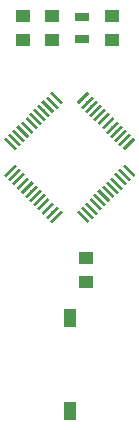
<source format=gtp>
G04 #@! TF.GenerationSoftware,KiCad,Pcbnew,(5.0.0)*
G04 #@! TF.CreationDate,2018-08-22T23:15:02+02:00*
G04 #@! TF.ProjectId,SAML_BreakoutBoard,53414D4C5F427265616B6F7574426F61,rev?*
G04 #@! TF.SameCoordinates,Original*
G04 #@! TF.FileFunction,Paste,Top*
G04 #@! TF.FilePolarity,Positive*
%FSLAX46Y46*%
G04 Gerber Fmt 4.6, Leading zero omitted, Abs format (unit mm)*
G04 Created by KiCad (PCBNEW (5.0.0)) date 08/22/18 23:15:02*
%MOMM*%
%LPD*%
G01*
G04 APERTURE LIST*
%ADD10C,0.250000*%
%ADD11C,0.100000*%
%ADD12R,1.250000X1.000000*%
%ADD13R,1.300000X0.700000*%
%ADD14R,1.000000X1.500000*%
G04 APERTURE END LIST*
D10*
G04 #@! TO.C,U1*
X124067371Y-105469542D03*
D11*
G36*
X123696140Y-106017550D02*
X123519363Y-105840773D01*
X124438602Y-104921534D01*
X124615379Y-105098311D01*
X123696140Y-106017550D01*
X123696140Y-106017550D01*
G37*
D10*
X124420924Y-105823095D03*
D11*
G36*
X124049693Y-106371103D02*
X123872916Y-106194326D01*
X124792155Y-105275087D01*
X124968932Y-105451864D01*
X124049693Y-106371103D01*
X124049693Y-106371103D01*
G37*
D10*
X124774478Y-106176649D03*
D11*
G36*
X124403247Y-106724657D02*
X124226470Y-106547880D01*
X125145709Y-105628641D01*
X125322486Y-105805418D01*
X124403247Y-106724657D01*
X124403247Y-106724657D01*
G37*
D10*
X125128031Y-106530202D03*
D11*
G36*
X124756800Y-107078210D02*
X124580023Y-106901433D01*
X125499262Y-105982194D01*
X125676039Y-106158971D01*
X124756800Y-107078210D01*
X124756800Y-107078210D01*
G37*
D10*
X125481584Y-106883755D03*
D11*
G36*
X125110353Y-107431763D02*
X124933576Y-107254986D01*
X125852815Y-106335747D01*
X126029592Y-106512524D01*
X125110353Y-107431763D01*
X125110353Y-107431763D01*
G37*
D10*
X125835138Y-107237309D03*
D11*
G36*
X125463907Y-107785317D02*
X125287130Y-107608540D01*
X126206369Y-106689301D01*
X126383146Y-106866078D01*
X125463907Y-107785317D01*
X125463907Y-107785317D01*
G37*
D10*
X126188691Y-107590862D03*
D11*
G36*
X125817460Y-108138870D02*
X125640683Y-107962093D01*
X126559922Y-107042854D01*
X126736699Y-107219631D01*
X125817460Y-108138870D01*
X125817460Y-108138870D01*
G37*
D10*
X126542245Y-107944416D03*
D11*
G36*
X126171014Y-108492424D02*
X125994237Y-108315647D01*
X126913476Y-107396408D01*
X127090253Y-107573185D01*
X126171014Y-108492424D01*
X126171014Y-108492424D01*
G37*
D10*
X126895798Y-108297969D03*
D11*
G36*
X126524567Y-108845977D02*
X126347790Y-108669200D01*
X127267029Y-107749961D01*
X127443806Y-107926738D01*
X126524567Y-108845977D01*
X126524567Y-108845977D01*
G37*
D10*
X127249351Y-108651522D03*
D11*
G36*
X126878120Y-109199530D02*
X126701343Y-109022753D01*
X127620582Y-108103514D01*
X127797359Y-108280291D01*
X126878120Y-109199530D01*
X126878120Y-109199530D01*
G37*
D10*
X127602905Y-109005076D03*
D11*
G36*
X127231674Y-109553084D02*
X127054897Y-109376307D01*
X127974136Y-108457068D01*
X128150913Y-108633845D01*
X127231674Y-109553084D01*
X127231674Y-109553084D01*
G37*
D10*
X127956458Y-109358629D03*
D11*
G36*
X127585227Y-109906637D02*
X127408450Y-109729860D01*
X128327689Y-108810621D01*
X128504466Y-108987398D01*
X127585227Y-109906637D01*
X127585227Y-109906637D01*
G37*
D10*
X127956458Y-111621371D03*
D11*
G36*
X127408450Y-111250140D02*
X127585227Y-111073363D01*
X128504466Y-111992602D01*
X128327689Y-112169379D01*
X127408450Y-111250140D01*
X127408450Y-111250140D01*
G37*
D10*
X127602905Y-111974924D03*
D11*
G36*
X127054897Y-111603693D02*
X127231674Y-111426916D01*
X128150913Y-112346155D01*
X127974136Y-112522932D01*
X127054897Y-111603693D01*
X127054897Y-111603693D01*
G37*
D10*
X127249351Y-112328478D03*
D11*
G36*
X126701343Y-111957247D02*
X126878120Y-111780470D01*
X127797359Y-112699709D01*
X127620582Y-112876486D01*
X126701343Y-111957247D01*
X126701343Y-111957247D01*
G37*
D10*
X126895798Y-112682031D03*
D11*
G36*
X126347790Y-112310800D02*
X126524567Y-112134023D01*
X127443806Y-113053262D01*
X127267029Y-113230039D01*
X126347790Y-112310800D01*
X126347790Y-112310800D01*
G37*
D10*
X126542245Y-113035584D03*
D11*
G36*
X125994237Y-112664353D02*
X126171014Y-112487576D01*
X127090253Y-113406815D01*
X126913476Y-113583592D01*
X125994237Y-112664353D01*
X125994237Y-112664353D01*
G37*
D10*
X126188691Y-113389138D03*
D11*
G36*
X125640683Y-113017907D02*
X125817460Y-112841130D01*
X126736699Y-113760369D01*
X126559922Y-113937146D01*
X125640683Y-113017907D01*
X125640683Y-113017907D01*
G37*
D10*
X125835138Y-113742691D03*
D11*
G36*
X125287130Y-113371460D02*
X125463907Y-113194683D01*
X126383146Y-114113922D01*
X126206369Y-114290699D01*
X125287130Y-113371460D01*
X125287130Y-113371460D01*
G37*
D10*
X125481584Y-114096245D03*
D11*
G36*
X124933576Y-113725014D02*
X125110353Y-113548237D01*
X126029592Y-114467476D01*
X125852815Y-114644253D01*
X124933576Y-113725014D01*
X124933576Y-113725014D01*
G37*
D10*
X125128031Y-114449798D03*
D11*
G36*
X124580023Y-114078567D02*
X124756800Y-113901790D01*
X125676039Y-114821029D01*
X125499262Y-114997806D01*
X124580023Y-114078567D01*
X124580023Y-114078567D01*
G37*
D10*
X124774478Y-114803351D03*
D11*
G36*
X124226470Y-114432120D02*
X124403247Y-114255343D01*
X125322486Y-115174582D01*
X125145709Y-115351359D01*
X124226470Y-114432120D01*
X124226470Y-114432120D01*
G37*
D10*
X124420924Y-115156905D03*
D11*
G36*
X123872916Y-114785674D02*
X124049693Y-114608897D01*
X124968932Y-115528136D01*
X124792155Y-115704913D01*
X123872916Y-114785674D01*
X123872916Y-114785674D01*
G37*
D10*
X124067371Y-115510458D03*
D11*
G36*
X123519363Y-115139227D02*
X123696140Y-114962450D01*
X124615379Y-115881689D01*
X124438602Y-116058466D01*
X123519363Y-115139227D01*
X123519363Y-115139227D01*
G37*
D10*
X121804629Y-115510458D03*
D11*
G36*
X121433398Y-116058466D02*
X121256621Y-115881689D01*
X122175860Y-114962450D01*
X122352637Y-115139227D01*
X121433398Y-116058466D01*
X121433398Y-116058466D01*
G37*
D10*
X121451076Y-115156905D03*
D11*
G36*
X121079845Y-115704913D02*
X120903068Y-115528136D01*
X121822307Y-114608897D01*
X121999084Y-114785674D01*
X121079845Y-115704913D01*
X121079845Y-115704913D01*
G37*
D10*
X121097522Y-114803351D03*
D11*
G36*
X120726291Y-115351359D02*
X120549514Y-115174582D01*
X121468753Y-114255343D01*
X121645530Y-114432120D01*
X120726291Y-115351359D01*
X120726291Y-115351359D01*
G37*
D10*
X120743969Y-114449798D03*
D11*
G36*
X120372738Y-114997806D02*
X120195961Y-114821029D01*
X121115200Y-113901790D01*
X121291977Y-114078567D01*
X120372738Y-114997806D01*
X120372738Y-114997806D01*
G37*
D10*
X120390416Y-114096245D03*
D11*
G36*
X120019185Y-114644253D02*
X119842408Y-114467476D01*
X120761647Y-113548237D01*
X120938424Y-113725014D01*
X120019185Y-114644253D01*
X120019185Y-114644253D01*
G37*
D10*
X120036862Y-113742691D03*
D11*
G36*
X119665631Y-114290699D02*
X119488854Y-114113922D01*
X120408093Y-113194683D01*
X120584870Y-113371460D01*
X119665631Y-114290699D01*
X119665631Y-114290699D01*
G37*
D10*
X119683309Y-113389138D03*
D11*
G36*
X119312078Y-113937146D02*
X119135301Y-113760369D01*
X120054540Y-112841130D01*
X120231317Y-113017907D01*
X119312078Y-113937146D01*
X119312078Y-113937146D01*
G37*
D10*
X119329755Y-113035584D03*
D11*
G36*
X118958524Y-113583592D02*
X118781747Y-113406815D01*
X119700986Y-112487576D01*
X119877763Y-112664353D01*
X118958524Y-113583592D01*
X118958524Y-113583592D01*
G37*
D10*
X118976202Y-112682031D03*
D11*
G36*
X118604971Y-113230039D02*
X118428194Y-113053262D01*
X119347433Y-112134023D01*
X119524210Y-112310800D01*
X118604971Y-113230039D01*
X118604971Y-113230039D01*
G37*
D10*
X118622649Y-112328478D03*
D11*
G36*
X118251418Y-112876486D02*
X118074641Y-112699709D01*
X118993880Y-111780470D01*
X119170657Y-111957247D01*
X118251418Y-112876486D01*
X118251418Y-112876486D01*
G37*
D10*
X118269095Y-111974924D03*
D11*
G36*
X117897864Y-112522932D02*
X117721087Y-112346155D01*
X118640326Y-111426916D01*
X118817103Y-111603693D01*
X117897864Y-112522932D01*
X117897864Y-112522932D01*
G37*
D10*
X117915542Y-111621371D03*
D11*
G36*
X117544311Y-112169379D02*
X117367534Y-111992602D01*
X118286773Y-111073363D01*
X118463550Y-111250140D01*
X117544311Y-112169379D01*
X117544311Y-112169379D01*
G37*
D10*
X117915542Y-109358629D03*
D11*
G36*
X117367534Y-108987398D02*
X117544311Y-108810621D01*
X118463550Y-109729860D01*
X118286773Y-109906637D01*
X117367534Y-108987398D01*
X117367534Y-108987398D01*
G37*
D10*
X118269095Y-109005076D03*
D11*
G36*
X117721087Y-108633845D02*
X117897864Y-108457068D01*
X118817103Y-109376307D01*
X118640326Y-109553084D01*
X117721087Y-108633845D01*
X117721087Y-108633845D01*
G37*
D10*
X118622649Y-108651522D03*
D11*
G36*
X118074641Y-108280291D02*
X118251418Y-108103514D01*
X119170657Y-109022753D01*
X118993880Y-109199530D01*
X118074641Y-108280291D01*
X118074641Y-108280291D01*
G37*
D10*
X118976202Y-108297969D03*
D11*
G36*
X118428194Y-107926738D02*
X118604971Y-107749961D01*
X119524210Y-108669200D01*
X119347433Y-108845977D01*
X118428194Y-107926738D01*
X118428194Y-107926738D01*
G37*
D10*
X119329755Y-107944416D03*
D11*
G36*
X118781747Y-107573185D02*
X118958524Y-107396408D01*
X119877763Y-108315647D01*
X119700986Y-108492424D01*
X118781747Y-107573185D01*
X118781747Y-107573185D01*
G37*
D10*
X119683309Y-107590862D03*
D11*
G36*
X119135301Y-107219631D02*
X119312078Y-107042854D01*
X120231317Y-107962093D01*
X120054540Y-108138870D01*
X119135301Y-107219631D01*
X119135301Y-107219631D01*
G37*
D10*
X120036862Y-107237309D03*
D11*
G36*
X119488854Y-106866078D02*
X119665631Y-106689301D01*
X120584870Y-107608540D01*
X120408093Y-107785317D01*
X119488854Y-106866078D01*
X119488854Y-106866078D01*
G37*
D10*
X120390416Y-106883755D03*
D11*
G36*
X119842408Y-106512524D02*
X120019185Y-106335747D01*
X120938424Y-107254986D01*
X120761647Y-107431763D01*
X119842408Y-106512524D01*
X119842408Y-106512524D01*
G37*
D10*
X120743969Y-106530202D03*
D11*
G36*
X120195961Y-106158971D02*
X120372738Y-105982194D01*
X121291977Y-106901433D01*
X121115200Y-107078210D01*
X120195961Y-106158971D01*
X120195961Y-106158971D01*
G37*
D10*
X121097522Y-106176649D03*
D11*
G36*
X120549514Y-105805418D02*
X120726291Y-105628641D01*
X121645530Y-106547880D01*
X121468753Y-106724657D01*
X120549514Y-105805418D01*
X120549514Y-105805418D01*
G37*
D10*
X121451076Y-105823095D03*
D11*
G36*
X120903068Y-105451864D02*
X121079845Y-105275087D01*
X121999084Y-106194326D01*
X121822307Y-106371103D01*
X120903068Y-105451864D01*
X120903068Y-105451864D01*
G37*
D10*
X121804629Y-105469542D03*
D11*
G36*
X121256621Y-105098311D02*
X121433398Y-104921534D01*
X122352637Y-105840773D01*
X122175860Y-106017550D01*
X121256621Y-105098311D01*
X121256621Y-105098311D01*
G37*
G04 #@! TD*
D12*
G04 #@! TO.C,C1*
X124333000Y-121015000D03*
X124333000Y-119015000D03*
G04 #@! TD*
G04 #@! TO.C,C2*
X126492000Y-98568000D03*
X126492000Y-100568000D03*
G04 #@! TD*
G04 #@! TO.C,C3*
X121476666Y-100568000D03*
X121476666Y-98568000D03*
G04 #@! TD*
G04 #@! TO.C,C4*
X118999000Y-98568000D03*
X118999000Y-100568000D03*
G04 #@! TD*
D13*
G04 #@! TO.C,R1*
X123984332Y-100518000D03*
X123984332Y-98618000D03*
G04 #@! TD*
D14*
G04 #@! TO.C,SW1*
X122936000Y-124066000D03*
X122936000Y-131966000D03*
G04 #@! TD*
M02*

</source>
